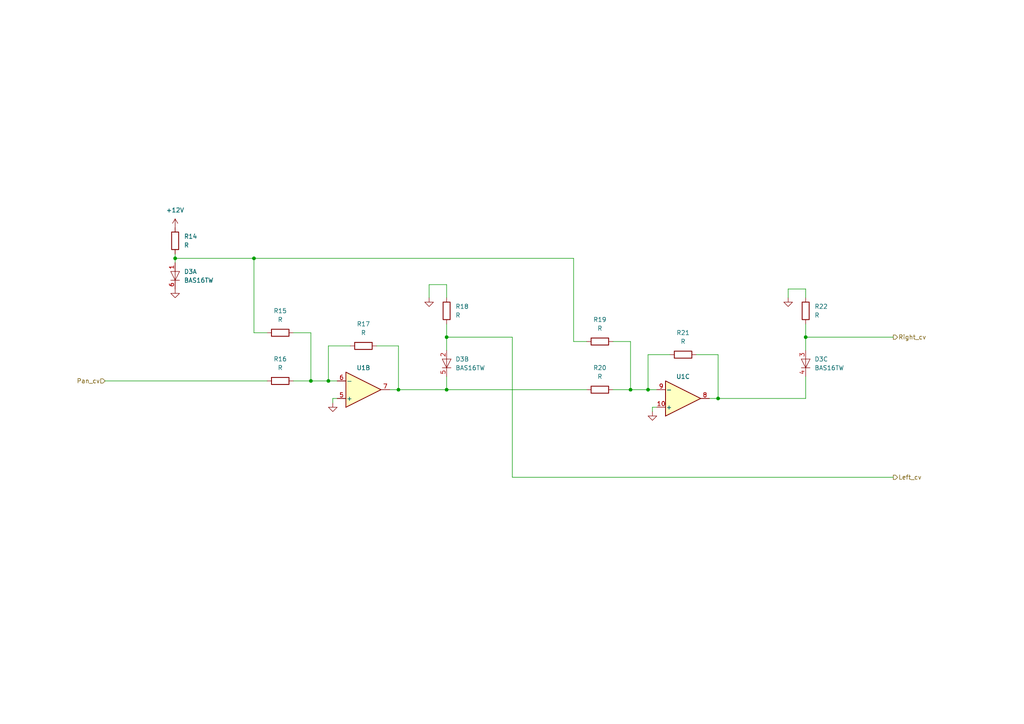
<source format=kicad_sch>
(kicad_sch (version 20230121) (generator eeschema)
  (paper "A4")
  (lib_symbols
    (symbol "Device:R" (pin_numbers hide) (pin_names (offset 0))
      (property "Reference" "R" (at 2.032 0 90))
      (property "Value" "R" (at 0 0 90))
      (symbol "R_0_1"
        (rectangle (start -1.016 -2.54) (end 1.016 2.54) (stroke (width 0.254)))
      )
      (symbol "R_1_1"
        (pin passive line (at 0 3.81 270) (length 1.27) (name "~") (number "1"))
        (pin passive line (at 0 -3.81 90) (length 1.27) (name "~") (number "2"))
      )
    )
    (symbol "Diode:BAS16TW" (pin_names (offset 1.016) hide)
      (property "Reference" "D" (at 0 2.54 0))
      (property "Value" "BAS16TW" (at 0 -2.54 0))
      (symbol "BAS16TW_0_1"
        (polyline (pts (xy -1.27 1.27) (xy -1.27 -1.27)) (stroke (width 0.1524)))
        (polyline (pts (xy 1.27 0) (xy -1.27 0)))
        (polyline (pts (xy 1.27 1.27) (xy 1.27 -1.27)))
        (polyline (pts (xy 1.27 1.27) (xy -1.27 0) (xy 1.27 -1.27)))
      )
      (symbol "BAS16TW_1_1"
        (pin passive line (at 3.81 0 180) (length 2.54) (name "A") (number "1"))
        (pin passive line (at -3.81 0 0) (length 2.54) (name "K") (number "6"))
      )
      (symbol "BAS16TW_2_1"
        (pin passive line (at 3.81 0 180) (length 2.54) (name "A") (number "2"))
        (pin passive line (at -3.81 0 0) (length 2.54) (name "K") (number "5"))
      )
      (symbol "BAS16TW_3_1"
        (pin passive line (at 3.81 0 180) (length 2.54) (name "A") (number "3"))
        (pin passive line (at -3.81 0 0) (length 2.54) (name "K") (number "4"))
      )
    )
    (symbol "WillItBlend:TL074HIDYYR" (pin_names (offset 0.127))
      (property "Reference" "U" (at 0 5.08 0))
      (symbol "TL074HIDYYR_1_1"
        (polyline (pts (xy -5.08 5.08) (xy 5.08 0) (xy -5.08 -5.08) (xy -5.08 5.08)) (stroke (width 0.254)) (fill (type background)))
        (pin output line (at 7.62 0 180) (length 2.54) (name "~") (number "1"))
        (pin input line (at -7.62 -2.54 0) (length 2.54) (name "-") (number "2"))
        (pin input line (at -7.62 2.54 0) (length 2.54) (name "+") (number "3"))
      )
      (symbol "TL074HIDYYR_2_1"
        (polyline (pts (xy -5.08 5.08) (xy 5.08 0) (xy -5.08 -5.08) (xy -5.08 5.08)) (stroke (width 0.254)) (fill (type background)))
        (pin input line (at -7.62 2.54 0) (length 2.54) (name "+") (number "5"))
        (pin input line (at -7.62 -2.54 0) (length 2.54) (name "-") (number "6"))
        (pin output line (at 7.62 0 180) (length 2.54) (name "~") (number "7"))
      )
      (symbol "TL074HIDYYR_3_1"
        (polyline (pts (xy -5.08 5.08) (xy 5.08 0) (xy -5.08 -5.08) (xy -5.08 5.08)) (stroke (width 0.254)) (fill (type background)))
        (pin input line (at -7.62 2.54 0) (length 2.54) (name "+") (number "10"))
        (pin output line (at 7.62 0 180) (length 2.54) (name "~") (number "8"))
        (pin input line (at -7.62 -2.54 0) (length 2.54) (name "-") (number "9"))
      )
      (symbol "TL074HIDYYR_4_1"
        (polyline (pts (xy -5.08 5.08) (xy 5.08 0) (xy -5.08 -5.08) (xy -5.08 5.08)) (stroke (width 0.254)) (fill (type background)))
        (pin input line (at -7.62 2.54 0) (length 2.54) (name "+") (number "12"))
        (pin input line (at -7.62 -2.54 0) (length 2.54) (name "-") (number "13"))
        (pin output line (at 7.62 0 180) (length 2.54) (name "~") (number "14"))
      )
      (symbol "TL074HIDYYR_5_1"
        (rectangle (start -2.54 5.08) (end 2.54 -5.08) (fill (type background)))
        (pin power_in line (at 6.35 -3.81 180) (length 3.81) (name "V-") (number "11"))
        (pin power_in line (at 6.35 3.81 180) (length 3.81) (name "V+") (number "4"))
      )
    )
    (symbol "power:+12V" (power) (pin_names (offset 0))
      (property "Value" "+12V" (at 0 3.556 0))
      (symbol "+12V_0_1"
        (polyline (pts (xy -0.762 1.27) (xy 0 2.54)))
        (polyline (pts (xy 0 0) (xy 0 2.54)))
        (polyline (pts (xy 0 2.54) (xy 0.762 1.27)))
      )
      (symbol "+12V_1_1"
        (pin power_in line (at 0 0 90) (length 0) hide (name "+12V") (number "1"))
      )
    )
    (symbol "power:GND" (power) (pin_names (offset 0))
      (property "Value" "GND" (at 0 -3.81 0))
      (symbol "GND_0_1"
        (polyline (pts (xy 0 0) (xy 0 -1.27) (xy 1.27 -1.27) (xy 0 -2.54) (xy -1.27 -1.27) (xy 0 -1.27)))
      )
      (symbol "GND_1_1"
        (pin power_in line (at 0 0 270) (length 0) hide (name "GND") (number "1"))
      )
    )
  )
  (junction (at 187.96 113.03))
  (junction (at 208.28 115.57))
  (junction (at 95.25 110.49))
  (junction (at 129.54 113.03))
  (junction (at 182.88 113.03))
  (junction (at 73.66 74.93))
  (junction (at 129.54 97.79))
  (junction (at 50.8 74.93))
  (junction (at 233.68 97.79))
  (junction (at 115.57 113.03))
  (junction (at 90.17 110.49))
  (wire (pts (xy 113.03 113.03) (xy 115.57 113.03)))
  (wire (pts (xy 148.59 138.43) (xy 259.08 138.43)))
  (wire (pts (xy 177.8 113.03) (xy 182.88 113.03)))
  (wire (pts (xy 85.09 96.52) (xy 90.17 96.52)))
  (wire (pts (xy 124.46 86.36) (xy 124.46 82.55)))
  (wire (pts (xy 166.37 99.06) (xy 170.18 99.06)))
  (wire (pts (xy 228.6 83.82) (xy 233.68 83.82)))
  (wire (pts (xy 85.09 110.49) (xy 90.17 110.49)))
  (wire (pts (xy 73.66 74.93) (xy 166.37 74.93)))
  (wire (pts (xy 233.68 83.82) (xy 233.68 86.36)))
  (wire (pts (xy 90.17 96.52) (xy 90.17 110.49)))
  (wire (pts (xy 187.96 113.03) (xy 190.5 113.03)))
  (wire (pts (xy 124.46 82.55) (xy 129.54 82.55)))
  (wire (pts (xy 50.8 74.93) (xy 50.8 76.2)))
  (wire (pts (xy 90.17 110.49) (xy 95.25 110.49)))
  (wire (pts (xy 129.54 97.79) (xy 148.59 97.79)))
  (wire (pts (xy 208.28 115.57) (xy 208.28 102.87)))
  (wire (pts (xy 109.22 100.33) (xy 115.57 100.33)))
  (wire (pts (xy 96.52 115.57) (xy 96.52 116.84)))
  (wire (pts (xy 182.88 113.03) (xy 187.96 113.03)))
  (wire (pts (xy 228.6 86.36) (xy 228.6 83.82)))
  (wire (pts (xy 233.68 97.79) (xy 259.08 97.79)))
  (wire (pts (xy 208.28 115.57) (xy 233.68 115.57)))
  (wire (pts (xy 148.59 97.79) (xy 148.59 138.43)))
  (wire (pts (xy 187.96 102.87) (xy 187.96 113.03)))
  (wire (pts (xy 115.57 100.33) (xy 115.57 113.03)))
  (wire (pts (xy 233.68 109.22) (xy 233.68 115.57)))
  (wire (pts (xy 30.48 110.49) (xy 77.47 110.49)))
  (wire (pts (xy 115.57 113.03) (xy 129.54 113.03)))
  (wire (pts (xy 189.23 118.11) (xy 189.23 119.38)))
  (wire (pts (xy 97.79 115.57) (xy 96.52 115.57)))
  (wire (pts (xy 177.8 99.06) (xy 182.88 99.06)))
  (wire (pts (xy 129.54 113.03) (xy 170.18 113.03)))
  (wire (pts (xy 233.68 97.79) (xy 233.68 101.6)))
  (wire (pts (xy 73.66 74.93) (xy 73.66 96.52)))
  (wire (pts (xy 233.68 93.98) (xy 233.68 97.79)))
  (wire (pts (xy 95.25 110.49) (xy 95.25 100.33)))
  (wire (pts (xy 208.28 115.57) (xy 205.74 115.57)))
  (wire (pts (xy 50.8 73.66) (xy 50.8 74.93)))
  (wire (pts (xy 208.28 102.87) (xy 201.93 102.87)))
  (wire (pts (xy 194.31 102.87) (xy 187.96 102.87)))
  (wire (pts (xy 129.54 82.55) (xy 129.54 86.36)))
  (wire (pts (xy 129.54 109.22) (xy 129.54 113.03)))
  (wire (pts (xy 95.25 110.49) (xy 97.79 110.49)))
  (wire (pts (xy 129.54 97.79) (xy 129.54 101.6)))
  (wire (pts (xy 190.5 118.11) (xy 189.23 118.11)))
  (wire (pts (xy 77.47 96.52) (xy 73.66 96.52)))
  (wire (pts (xy 129.54 93.98) (xy 129.54 97.79)))
  (wire (pts (xy 182.88 99.06) (xy 182.88 113.03)))
  (wire (pts (xy 95.25 100.33) (xy 101.6 100.33)))
  (wire (pts (xy 166.37 74.93) (xy 166.37 99.06)))
  (wire (pts (xy 50.8 74.93) (xy 73.66 74.93)))
  (hierarchical_label "Pan_cv" (shape input) (at 30.48 110.49 180))
  (hierarchical_label "Right_cv" (shape output) (at 259.08 97.79 0))
  (hierarchical_label "Left_cv" (shape output) (at 259.08 138.43 0))
  (symbol (lib_id "power:GND") (at 96.52 116.84 0) (unit 1)
    (property "Reference" "#PWR0119" (effects hide))
    (property "Value" "GND" (effects hide))
    (instances (project "WillItBlend" (path "" (reference "#PWR032") (unit 1))))
  )
  (symbol (lib_id "power:+12V") (at 50.8 66.04 0) (unit 1)
    (property "Reference" "#PWR0120" (effects hide))
    (property "Value" "+12V" (at 50.8 60.96 0))
    (instances (project "WillItBlend" (path "" (reference "#PWR030") (unit 1))))
  )
  (symbol (lib_id "Diode:BAS16TW") (at 233.68 105.41 90) (unit 3)
    (property "Reference" "D1" (at 236.22 104.1781 90) (effects (justify right)))
    (property "Value" "BAS16TW" (at 236.22 106.7181 90) (effects (justify right)))
    (property "Footprint" "Package_TO_SOT_SMD:SOT-363_SC-70-6" (effects hide))
    (property "Datasheet" "http://www.diodes.com/datasheets/ds30154.pdf" (effects hide))
    (instances (project "WillItBlend" (path "" (reference "D3") (unit 3))))
  )
  (symbol (lib_id "Device:R") (at 81.28 110.49 270) (unit 1)
    (property "Reference" "R14" (at 81.28 104.14 90))
    (property "Value" "R" (at 81.28 106.68 90))
    (property "Footprint" "Resistor_SMD:R_0402_1005Metric_Pad0.72x0.64mm_HandSolder" (effects hide))
    (instances (project "WillItBlend" (path "" (reference "R16") (unit 1))))
  )
  (symbol (lib_id "power:GND") (at 228.6 86.36 0) (unit 1)
    (property "Reference" "#PWR0117" (effects hide))
    (property "Value" "GND" (effects hide))
    (instances (project "WillItBlend" (path "" (reference "#PWR035") (unit 1))))
  )
  (symbol (lib_id "Device:R") (at 173.99 99.06 270) (unit 1)
    (property "Reference" "R17" (at 173.99 92.71 90))
    (property "Value" "R" (at 173.99 95.25 90))
    (property "Footprint" "Resistor_SMD:R_0402_1005Metric_Pad0.72x0.64mm_HandSolder" (effects hide))
    (instances (project "WillItBlend" (path "" (reference "R19") (unit 1))))
  )
  (symbol (lib_id "Device:R") (at 173.99 113.03 270) (unit 1)
    (property "Reference" "R18" (at 173.99 106.68 90))
    (property "Value" "R" (at 173.99 109.22 90))
    (property "Footprint" "Resistor_SMD:R_0402_1005Metric_Pad0.72x0.64mm_HandSolder" (effects hide))
    (instances (project "WillItBlend" (path "" (reference "R20") (unit 1))))
  )
  (symbol (lib_id "Device:R") (at 233.68 90.17 0) (unit 1)
    (property "Reference" "R20" (at 236.22 88.9 0) (effects (justify left)))
    (property "Value" "R" (at 236.22 91.44 0) (effects (justify left)))
    (property "Footprint" "Resistor_SMD:R_0402_1005Metric_Pad0.72x0.64mm_HandSolder" (effects hide))
    (instances (project "WillItBlend" (path "" (reference "R22") (unit 1))))
  )
  (symbol (lib_id "WillItBlend:TL074HIDYYR") (at 198.12 115.57 0) (mirror x) (unit 3)
    (property "Reference" "U2" (at 198.12 109.22 0))
    (property "Value" "TL074HIDYYR" (effects hide))
    (property "Footprint" "WillItBlend:SOT-23-THIN" (effects hide))
    (property "Datasheet" "http://www.ti.com/lit/ds/symlink/tl071.pdf" (effects hide))
    (instances (project "WillItBlend" (path "" (reference "U1") (unit 3))))
  )
  (symbol (lib_id "power:GND") (at 189.23 119.38 0) (unit 1)
    (property "Reference" "#PWR0118" (effects hide))
    (property "Value" "GND" (effects hide))
    (instances (project "WillItBlend" (path "" (reference "#PWR034") (unit 1))))
  )
  (symbol (lib_id "Device:R") (at 81.28 96.52 270) (unit 1)
    (property "Reference" "R13" (at 81.28 90.17 90))
    (property "Value" "R" (at 81.28 92.71 90))
    (property "Footprint" "Resistor_SMD:R_0402_1005Metric_Pad0.72x0.64mm_HandSolder" (effects hide))
    (instances (project "WillItBlend" (path "" (reference "R15") (unit 1))))
  )
  (symbol (lib_id "Device:R") (at 50.8 69.85 0) (unit 1)
    (property "Reference" "R21" (at 53.34 68.58 0) (effects (justify left)))
    (property "Value" "R" (at 53.34 71.12 0) (effects (justify left)))
    (property "Footprint" "Resistor_SMD:R_0402_1005Metric_Pad0.72x0.64mm_HandSolder" (effects hide))
    (instances (project "WillItBlend" (path "" (reference "R14") (unit 1))))
  )
  (symbol (lib_id "Diode:BAS16TW") (at 50.8 80.01 90) (unit 1)
    (property "Reference" "D1" (at 53.34 78.7781 90) (effects (justify right)))
    (property "Value" "BAS16TW" (at 53.34 81.3181 90) (effects (justify right)))
    (property "Footprint" "Package_TO_SOT_SMD:SOT-363_SC-70-6" (effects hide))
    (property "Datasheet" "http://www.diodes.com/datasheets/ds30154.pdf" (effects hide))
    (instances (project "WillItBlend" (path "" (reference "D3") (unit 1))))
  )
  (symbol (lib_id "Device:R") (at 129.54 90.17 0) (unit 1)
    (property "Reference" "R16" (at 132.08 88.9 0) (effects (justify left)))
    (property "Value" "R" (at 132.08 91.44 0) (effects (justify left)))
    (property "Footprint" "Resistor_SMD:R_0402_1005Metric_Pad0.72x0.64mm_HandSolder" (effects hide))
    (instances (project "WillItBlend" (path "" (reference "R18") (unit 1))))
  )
  (symbol (lib_id "power:GND") (at 50.8 83.82 0) (unit 1)
    (property "Reference" "#PWR0121" (effects hide))
    (property "Value" "GND" (effects hide))
    (instances (project "WillItBlend" (path "" (reference "#PWR031") (unit 1))))
  )
  (symbol (lib_id "power:GND") (at 124.46 86.36 0) (unit 1)
    (property "Reference" "#PWR0122" (effects hide))
    (property "Value" "GND" (effects hide))
    (instances (project "WillItBlend" (path "" (reference "#PWR033") (unit 1))))
  )
  (symbol (lib_id "Device:R") (at 198.12 102.87 270) (unit 1)
    (property "Reference" "R19" (at 198.12 96.52 90))
    (property "Value" "R" (at 198.12 99.06 90))
    (property "Footprint" "Resistor_SMD:R_0402_1005Metric_Pad0.72x0.64mm_HandSolder" (effects hide))
    (instances (project "WillItBlend" (path "" (reference "R21") (unit 1))))
  )
  (symbol (lib_id "WillItBlend:TL074HIDYYR") (at 105.41 113.03 0) (mirror x) (unit 2)
    (property "Reference" "U2" (at 105.41 106.68 0))
    (property "Value" "TL074HIDYYR" (effects hide))
    (property "Footprint" "WillItBlend:SOT-23-THIN" (effects hide))
    (property "Datasheet" "http://www.ti.com/lit/ds/symlink/tl071.pdf" (effects hide))
    (instances (project "WillItBlend" (path "" (reference "U1") (unit 2))))
  )
  (symbol (lib_id "Diode:BAS16TW") (at 129.54 105.41 90) (unit 2)
    (property "Reference" "D1" (at 132.08 104.1781 90) (effects (justify right)))
    (property "Value" "BAS16TW" (at 132.08 106.7181 90) (effects (justify right)))
    (property "Footprint" "Package_TO_SOT_SMD:SOT-363_SC-70-6" (effects hide))
    (property "Datasheet" "http://www.diodes.com/datasheets/ds30154.pdf" (effects hide))
    (instances (project "WillItBlend" (path "" (reference "D3") (unit 2))))
  )
  (symbol (lib_id "Device:R") (at 105.41 100.33 270) (unit 1)
    (property "Reference" "R15" (at 105.41 93.98 90))
    (property "Value" "R" (at 105.41 96.52 90))
    (property "Footprint" "Resistor_SMD:R_0402_1005Metric_Pad0.72x0.64mm_HandSolder" (effects hide))
    (instances (project "WillItBlend" (path "" (reference "R17") (unit 1))))
  )
)
</source>
